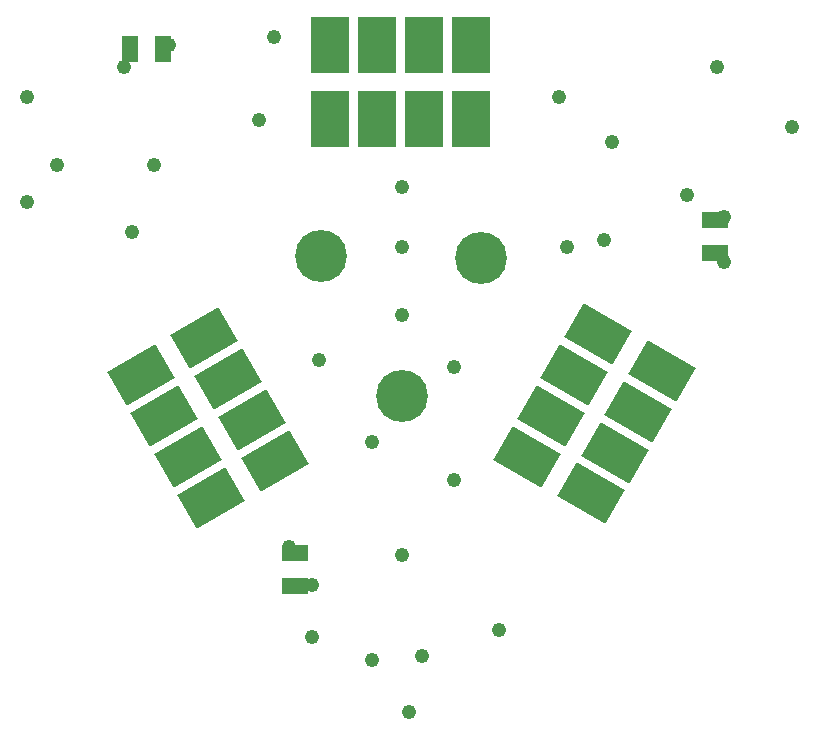
<source format=gbs>
%FSLAX25Y25*%
%MOIN*%
G70*
G01*
G75*
G04 Layer_Color=48896*
%ADD10P,0.08352X4X369.0*%
%ADD11P,0.08352X4X81.0*%
%ADD12P,0.08352X4X153.0*%
%ADD13R,0.05906X0.05906*%
%ADD14P,0.08352X4X117.0*%
%ADD15R,0.05906X0.05906*%
%ADD16C,0.02500*%
%ADD17C,0.05000*%
%ADD18C,0.16500*%
%ADD19C,0.04000*%
%ADD20R,0.08000X0.05000*%
%ADD21R,0.05000X0.08000*%
%ADD22R,0.12205X0.17716*%
G04:AMPARAMS|DCode=23|XSize=122.05mil|YSize=177.16mil|CornerRadius=0mil|HoleSize=0mil|Usage=FLASHONLY|Rotation=240.000|XOffset=0mil|YOffset=0mil|HoleType=Round|Shape=Rectangle|*
%AMROTATEDRECTD23*
4,1,4,-0.04620,0.09714,0.10723,0.00856,0.04620,-0.09714,-0.10723,-0.00856,-0.04620,0.09714,0.0*
%
%ADD23ROTATEDRECTD23*%

G04:AMPARAMS|DCode=24|XSize=122.05mil|YSize=177.16mil|CornerRadius=0mil|HoleSize=0mil|Usage=FLASHONLY|Rotation=120.000|XOffset=0mil|YOffset=0mil|HoleType=Round|Shape=Rectangle|*
%AMROTATEDRECTD24*
4,1,4,0.10723,-0.00856,-0.04620,-0.09714,-0.10723,0.00856,0.04620,0.09714,0.10723,-0.00856,0.0*
%
%ADD24ROTATEDRECTD24*%

%ADD25C,0.01000*%
%ADD26C,0.01200*%
%ADD27C,0.01500*%
%ADD28P,0.06937X4X369.0*%
%ADD29P,0.06937X4X81.0*%
%ADD30P,0.06937X4X153.0*%
%ADD31R,0.04906X0.04906*%
%ADD32P,0.06937X4X117.0*%
%ADD33R,0.04906X0.04906*%
%ADD34R,0.07000X0.04000*%
%ADD35R,0.04000X0.07000*%
%ADD36R,0.11205X0.16716*%
G04:AMPARAMS|DCode=37|XSize=112.05mil|YSize=167.16mil|CornerRadius=0mil|HoleSize=0mil|Usage=FLASHONLY|Rotation=240.000|XOffset=0mil|YOffset=0mil|HoleType=Round|Shape=Rectangle|*
%AMROTATEDRECTD37*
4,1,4,-0.04437,0.09031,0.10040,0.00673,0.04437,-0.09031,-0.10040,-0.00673,-0.04437,0.09031,0.0*
%
%ADD37ROTATEDRECTD37*%

G04:AMPARAMS|DCode=38|XSize=112.05mil|YSize=167.16mil|CornerRadius=0mil|HoleSize=0mil|Usage=FLASHONLY|Rotation=120.000|XOffset=0mil|YOffset=0mil|HoleType=Round|Shape=Rectangle|*
%AMROTATEDRECTD38*
4,1,4,0.10040,-0.00673,-0.04437,-0.09031,-0.10040,0.00673,0.04437,0.09031,0.10040,-0.00673,0.0*
%
%ADD38ROTATEDRECTD38*%

%ADD39P,0.09483X4X369.0*%
%ADD40P,0.09483X4X81.0*%
%ADD41P,0.09483X4X153.0*%
%ADD42R,0.06706X0.06706*%
%ADD43P,0.09483X4X117.0*%
%ADD44R,0.06706X0.06706*%
%ADD45C,0.17300*%
%ADD46C,0.04800*%
%ADD47R,0.08800X0.05800*%
%ADD48R,0.05800X0.08800*%
%ADD49R,0.13005X0.18517*%
G04:AMPARAMS|DCode=50|XSize=130.05mil|YSize=185.17mil|CornerRadius=0mil|HoleSize=0mil|Usage=FLASHONLY|Rotation=240.000|XOffset=0mil|YOffset=0mil|HoleType=Round|Shape=Rectangle|*
%AMROTATEDRECTD50*
4,1,4,-0.04767,0.10260,0.11269,0.01002,0.04767,-0.10260,-0.11269,-0.01002,-0.04767,0.10260,0.0*
%
%ADD50ROTATEDRECTD50*%

G04:AMPARAMS|DCode=51|XSize=130.05mil|YSize=185.17mil|CornerRadius=0mil|HoleSize=0mil|Usage=FLASHONLY|Rotation=120.000|XOffset=0mil|YOffset=0mil|HoleType=Round|Shape=Rectangle|*
%AMROTATEDRECTD51*
4,1,4,0.11269,-0.01002,-0.04767,-0.10260,-0.11269,0.01002,0.04767,0.10260,0.11269,-0.01002,0.0*
%
%ADD51ROTATEDRECTD51*%

D45*
X1100000Y873000D02*
D03*
X1126500Y919000D02*
D03*
X1073000Y919500D02*
D03*
D46*
X1052500Y965000D02*
D03*
X1017500Y950000D02*
D03*
X975000Y937500D02*
D03*
Y972500D02*
D03*
X985000Y950000D02*
D03*
X1010000Y927500D02*
D03*
X1007500Y982500D02*
D03*
X1022500Y990000D02*
D03*
X1057500Y992500D02*
D03*
X1155000Y922500D02*
D03*
X1195000Y940000D02*
D03*
X1207500Y917500D02*
D03*
X1167500Y925000D02*
D03*
X1152500Y972500D02*
D03*
X1170000Y957500D02*
D03*
X1205000Y982500D02*
D03*
X1230000Y962500D02*
D03*
X1207500Y932500D02*
D03*
X1070000Y792500D02*
D03*
X1100000Y820000D02*
D03*
X1090000Y785000D02*
D03*
X1117500Y845000D02*
D03*
X1090000Y857500D02*
D03*
X1132500Y795000D02*
D03*
X1102500Y767500D02*
D03*
X1062500Y822500D02*
D03*
X1070000Y810000D02*
D03*
X1117500Y882500D02*
D03*
X1100000Y900000D02*
D03*
X1057874Y851362D02*
D03*
X1072500Y885000D02*
D03*
X1100000Y942500D02*
D03*
Y922500D02*
D03*
X1165374Y893638D02*
D03*
X1157500Y880000D02*
D03*
X1149626Y866362D02*
D03*
X1141752Y852724D02*
D03*
X1050000Y865000D02*
D03*
X1034252Y892276D02*
D03*
X1042126Y878638D02*
D03*
X1123248Y965394D02*
D03*
X1107500D02*
D03*
X1091752D02*
D03*
X1076004D02*
D03*
X1106890Y786402D02*
D03*
D47*
X1064500Y809500D02*
D03*
Y820500D02*
D03*
X1204500Y931500D02*
D03*
X1204500Y920500D02*
D03*
D48*
X1020500Y988500D02*
D03*
X1009500D02*
D03*
D49*
X1123248Y965394D02*
D03*
X1107500D02*
D03*
X1091752D02*
D03*
X1123248Y990000D02*
D03*
X1107500D02*
D03*
X1091752D02*
D03*
X1076004Y965394D02*
D03*
Y990000D02*
D03*
D50*
X1141752Y852724D02*
D03*
X1149626Y866362D02*
D03*
X1157500Y880000D02*
D03*
X1163062Y840421D02*
D03*
X1170936Y854059D02*
D03*
X1178810Y867697D02*
D03*
X1165374Y893638D02*
D03*
X1186684Y881335D02*
D03*
D51*
X1034252Y892276D02*
D03*
X1042126Y878638D02*
D03*
X1050000Y865000D02*
D03*
X1012942Y879973D02*
D03*
X1020816Y866335D02*
D03*
X1028690Y852697D02*
D03*
X1057874Y851362D02*
D03*
X1036564Y839059D02*
D03*
M02*

</source>
